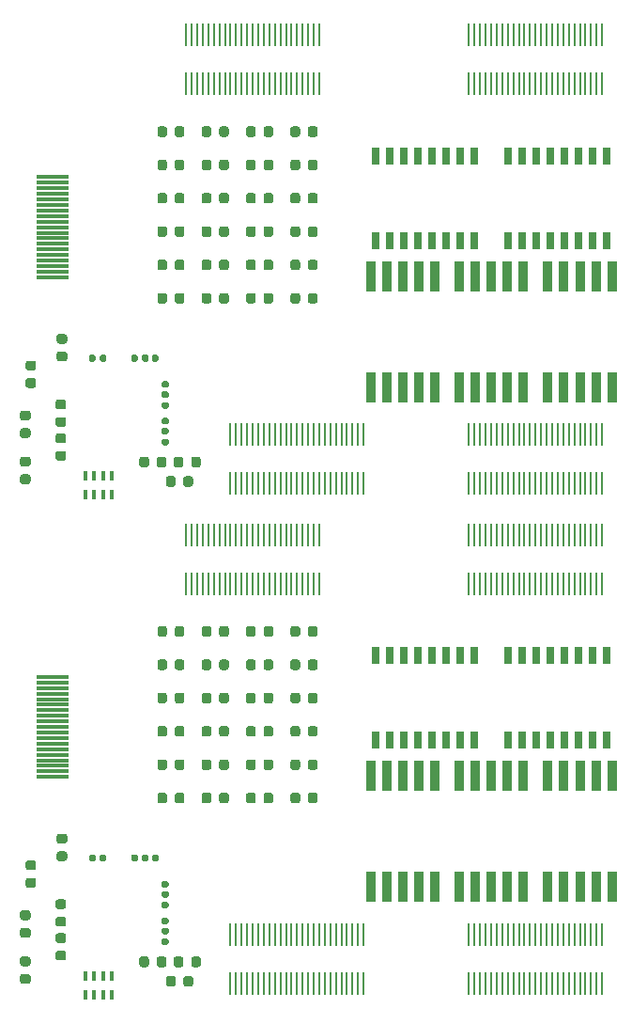
<source format=gbr>
G04 #@! TF.GenerationSoftware,KiCad,Pcbnew,(5.99.0-3349-gc9824bbd9)*
G04 #@! TF.CreationDate,2020-09-22T10:36:58-07:00*
G04 #@! TF.ProjectId,Alchitry_IO_Shield,416c6368-6974-4727-995f-494f5f536869,rev?*
G04 #@! TF.SameCoordinates,Original*
G04 #@! TF.FileFunction,Paste,Top*
G04 #@! TF.FilePolarity,Positive*
%FSLAX46Y46*%
G04 Gerber Fmt 4.6, Leading zero omitted, Abs format (unit mm)*
G04 Created by KiCad (PCBNEW (5.99.0-3349-gc9824bbd9)) date 2020-09-22 10:36:58*
%MOMM*%
%LPD*%
G01*
G04 APERTURE LIST*
%ADD10R,0.900000X2.800000*%
%ADD11R,3.000000X0.300000*%
%ADD12R,0.760000X1.600000*%
%ADD13R,0.400000X0.900000*%
%ADD14R,0.250000X2.000000*%
G04 APERTURE END LIST*
G36*
G01*
X18256250Y-99725000D02*
X17743750Y-99725000D01*
G75*
G02*
X17525000Y-99506250I0J218750D01*
G01*
X17525000Y-99068750D01*
G75*
G02*
X17743750Y-98850000I218750J0D01*
G01*
X18256250Y-98850000D01*
G75*
G02*
X18475000Y-99068750I0J-218750D01*
G01*
X18475000Y-99506250D01*
G75*
G02*
X18256250Y-99725000I-218750J0D01*
G01*
G37*
G36*
G01*
X18256250Y-98150000D02*
X17743750Y-98150000D01*
G75*
G02*
X17525000Y-97931250I0J218750D01*
G01*
X17525000Y-97493750D01*
G75*
G02*
X17743750Y-97275000I218750J0D01*
G01*
X18256250Y-97275000D01*
G75*
G02*
X18475000Y-97493750I0J-218750D01*
G01*
X18475000Y-97931250D01*
G75*
G02*
X18256250Y-98150000I-218750J0D01*
G01*
G37*
G36*
G01*
X18756250Y-91075000D02*
X18243750Y-91075000D01*
G75*
G02*
X18025000Y-90856250I0J218750D01*
G01*
X18025000Y-90418750D01*
G75*
G02*
X18243750Y-90200000I218750J0D01*
G01*
X18756250Y-90200000D01*
G75*
G02*
X18975000Y-90418750I0J-218750D01*
G01*
X18975000Y-90856250D01*
G75*
G02*
X18756250Y-91075000I-218750J0D01*
G01*
G37*
G36*
G01*
X18756250Y-89500000D02*
X18243750Y-89500000D01*
G75*
G02*
X18025000Y-89281250I0J218750D01*
G01*
X18025000Y-88843750D01*
G75*
G02*
X18243750Y-88625000I218750J0D01*
G01*
X18756250Y-88625000D01*
G75*
G02*
X18975000Y-88843750I0J-218750D01*
G01*
X18975000Y-89281250D01*
G75*
G02*
X18756250Y-89500000I-218750J0D01*
G01*
G37*
G36*
G01*
X30675000Y-99756250D02*
X30675000Y-99243750D01*
G75*
G02*
X30893750Y-99025000I218750J0D01*
G01*
X31331250Y-99025000D01*
G75*
G02*
X31550000Y-99243750I0J-218750D01*
G01*
X31550000Y-99756250D01*
G75*
G02*
X31331250Y-99975000I-218750J0D01*
G01*
X30893750Y-99975000D01*
G75*
G02*
X30675000Y-99756250I0J218750D01*
G01*
G37*
G36*
G01*
X32250000Y-99756250D02*
X32250000Y-99243750D01*
G75*
G02*
X32468750Y-99025000I218750J0D01*
G01*
X32906250Y-99025000D01*
G75*
G02*
X33125000Y-99243750I0J-218750D01*
G01*
X33125000Y-99756250D01*
G75*
G02*
X32906250Y-99975000I-218750J0D01*
G01*
X32468750Y-99975000D01*
G75*
G02*
X32250000Y-99756250I0J218750D01*
G01*
G37*
G36*
G01*
X18256250Y-95575000D02*
X17743750Y-95575000D01*
G75*
G02*
X17525000Y-95356250I0J218750D01*
G01*
X17525000Y-94918750D01*
G75*
G02*
X17743750Y-94700000I218750J0D01*
G01*
X18256250Y-94700000D01*
G75*
G02*
X18475000Y-94918750I0J-218750D01*
G01*
X18475000Y-95356250D01*
G75*
G02*
X18256250Y-95575000I-218750J0D01*
G01*
G37*
G36*
G01*
X18256250Y-94000000D02*
X17743750Y-94000000D01*
G75*
G02*
X17525000Y-93781250I0J218750D01*
G01*
X17525000Y-93343750D01*
G75*
G02*
X17743750Y-93125000I218750J0D01*
G01*
X18256250Y-93125000D01*
G75*
G02*
X18475000Y-93343750I0J-218750D01*
G01*
X18475000Y-93781250D01*
G75*
G02*
X18256250Y-94000000I-218750J0D01*
G01*
G37*
D10*
X49120000Y-91000000D03*
X50560000Y-91000000D03*
X52000000Y-91000000D03*
X53440000Y-91000000D03*
X54880000Y-91000000D03*
X54880000Y-81000000D03*
X53440000Y-81000000D03*
X52000000Y-81000000D03*
X50560000Y-81000000D03*
X49120000Y-81000000D03*
X65120000Y-91000000D03*
X66560000Y-91000000D03*
X68000000Y-91000000D03*
X69440000Y-91000000D03*
X70880000Y-91000000D03*
X70880000Y-81000000D03*
X69440000Y-81000000D03*
X68000000Y-81000000D03*
X66560000Y-81000000D03*
X65120000Y-81000000D03*
G36*
G01*
X33900000Y-68256250D02*
X33900000Y-67743750D01*
G75*
G02*
X34118750Y-67525000I218750J0D01*
G01*
X34556250Y-67525000D01*
G75*
G02*
X34775000Y-67743750I0J-218750D01*
G01*
X34775000Y-68256250D01*
G75*
G02*
X34556250Y-68475000I-218750J0D01*
G01*
X34118750Y-68475000D01*
G75*
G02*
X33900000Y-68256250I0J218750D01*
G01*
G37*
G36*
G01*
X35475000Y-68256250D02*
X35475000Y-67743750D01*
G75*
G02*
X35693750Y-67525000I218750J0D01*
G01*
X36131250Y-67525000D01*
G75*
G02*
X36350000Y-67743750I0J-218750D01*
G01*
X36350000Y-68256250D01*
G75*
G02*
X36131250Y-68475000I-218750J0D01*
G01*
X35693750Y-68475000D01*
G75*
G02*
X35475000Y-68256250I0J218750D01*
G01*
G37*
G36*
G01*
X37900000Y-68256250D02*
X37900000Y-67743750D01*
G75*
G02*
X38118750Y-67525000I218750J0D01*
G01*
X38556250Y-67525000D01*
G75*
G02*
X38775000Y-67743750I0J-218750D01*
G01*
X38775000Y-68256250D01*
G75*
G02*
X38556250Y-68475000I-218750J0D01*
G01*
X38118750Y-68475000D01*
G75*
G02*
X37900000Y-68256250I0J218750D01*
G01*
G37*
G36*
G01*
X39475000Y-68256250D02*
X39475000Y-67743750D01*
G75*
G02*
X39693750Y-67525000I218750J0D01*
G01*
X40131250Y-67525000D01*
G75*
G02*
X40350000Y-67743750I0J-218750D01*
G01*
X40350000Y-68256250D01*
G75*
G02*
X40131250Y-68475000I-218750J0D01*
G01*
X39693750Y-68475000D01*
G75*
G02*
X39475000Y-68256250I0J218750D01*
G01*
G37*
G36*
G01*
X29900000Y-68256250D02*
X29900000Y-67743750D01*
G75*
G02*
X30118750Y-67525000I218750J0D01*
G01*
X30556250Y-67525000D01*
G75*
G02*
X30775000Y-67743750I0J-218750D01*
G01*
X30775000Y-68256250D01*
G75*
G02*
X30556250Y-68475000I-218750J0D01*
G01*
X30118750Y-68475000D01*
G75*
G02*
X29900000Y-68256250I0J218750D01*
G01*
G37*
G36*
G01*
X31475000Y-68256250D02*
X31475000Y-67743750D01*
G75*
G02*
X31693750Y-67525000I218750J0D01*
G01*
X32131250Y-67525000D01*
G75*
G02*
X32350000Y-67743750I0J-218750D01*
G01*
X32350000Y-68256250D01*
G75*
G02*
X32131250Y-68475000I-218750J0D01*
G01*
X31693750Y-68475000D01*
G75*
G02*
X31475000Y-68256250I0J218750D01*
G01*
G37*
G36*
G01*
X41900000Y-68256250D02*
X41900000Y-67743750D01*
G75*
G02*
X42118750Y-67525000I218750J0D01*
G01*
X42556250Y-67525000D01*
G75*
G02*
X42775000Y-67743750I0J-218750D01*
G01*
X42775000Y-68256250D01*
G75*
G02*
X42556250Y-68475000I-218750J0D01*
G01*
X42118750Y-68475000D01*
G75*
G02*
X41900000Y-68256250I0J218750D01*
G01*
G37*
G36*
G01*
X43475000Y-68256250D02*
X43475000Y-67743750D01*
G75*
G02*
X43693750Y-67525000I218750J0D01*
G01*
X44131250Y-67525000D01*
G75*
G02*
X44350000Y-67743750I0J-218750D01*
G01*
X44350000Y-68256250D01*
G75*
G02*
X44131250Y-68475000I-218750J0D01*
G01*
X43693750Y-68475000D01*
G75*
G02*
X43475000Y-68256250I0J218750D01*
G01*
G37*
G36*
G01*
X29900000Y-71256250D02*
X29900000Y-70743750D01*
G75*
G02*
X30118750Y-70525000I218750J0D01*
G01*
X30556250Y-70525000D01*
G75*
G02*
X30775000Y-70743750I0J-218750D01*
G01*
X30775000Y-71256250D01*
G75*
G02*
X30556250Y-71475000I-218750J0D01*
G01*
X30118750Y-71475000D01*
G75*
G02*
X29900000Y-71256250I0J218750D01*
G01*
G37*
G36*
G01*
X31475000Y-71256250D02*
X31475000Y-70743750D01*
G75*
G02*
X31693750Y-70525000I218750J0D01*
G01*
X32131250Y-70525000D01*
G75*
G02*
X32350000Y-70743750I0J-218750D01*
G01*
X32350000Y-71256250D01*
G75*
G02*
X32131250Y-71475000I-218750J0D01*
G01*
X31693750Y-71475000D01*
G75*
G02*
X31475000Y-71256250I0J218750D01*
G01*
G37*
G36*
G01*
X33900000Y-71256250D02*
X33900000Y-70743750D01*
G75*
G02*
X34118750Y-70525000I218750J0D01*
G01*
X34556250Y-70525000D01*
G75*
G02*
X34775000Y-70743750I0J-218750D01*
G01*
X34775000Y-71256250D01*
G75*
G02*
X34556250Y-71475000I-218750J0D01*
G01*
X34118750Y-71475000D01*
G75*
G02*
X33900000Y-71256250I0J218750D01*
G01*
G37*
G36*
G01*
X35475000Y-71256250D02*
X35475000Y-70743750D01*
G75*
G02*
X35693750Y-70525000I218750J0D01*
G01*
X36131250Y-70525000D01*
G75*
G02*
X36350000Y-70743750I0J-218750D01*
G01*
X36350000Y-71256250D01*
G75*
G02*
X36131250Y-71475000I-218750J0D01*
G01*
X35693750Y-71475000D01*
G75*
G02*
X35475000Y-71256250I0J218750D01*
G01*
G37*
G36*
G01*
X37900000Y-71256250D02*
X37900000Y-70743750D01*
G75*
G02*
X38118750Y-70525000I218750J0D01*
G01*
X38556250Y-70525000D01*
G75*
G02*
X38775000Y-70743750I0J-218750D01*
G01*
X38775000Y-71256250D01*
G75*
G02*
X38556250Y-71475000I-218750J0D01*
G01*
X38118750Y-71475000D01*
G75*
G02*
X37900000Y-71256250I0J218750D01*
G01*
G37*
G36*
G01*
X39475000Y-71256250D02*
X39475000Y-70743750D01*
G75*
G02*
X39693750Y-70525000I218750J0D01*
G01*
X40131250Y-70525000D01*
G75*
G02*
X40350000Y-70743750I0J-218750D01*
G01*
X40350000Y-71256250D01*
G75*
G02*
X40131250Y-71475000I-218750J0D01*
G01*
X39693750Y-71475000D01*
G75*
G02*
X39475000Y-71256250I0J218750D01*
G01*
G37*
G36*
G01*
X41900000Y-71256250D02*
X41900000Y-70743750D01*
G75*
G02*
X42118750Y-70525000I218750J0D01*
G01*
X42556250Y-70525000D01*
G75*
G02*
X42775000Y-70743750I0J-218750D01*
G01*
X42775000Y-71256250D01*
G75*
G02*
X42556250Y-71475000I-218750J0D01*
G01*
X42118750Y-71475000D01*
G75*
G02*
X41900000Y-71256250I0J218750D01*
G01*
G37*
G36*
G01*
X43475000Y-71256250D02*
X43475000Y-70743750D01*
G75*
G02*
X43693750Y-70525000I218750J0D01*
G01*
X44131250Y-70525000D01*
G75*
G02*
X44350000Y-70743750I0J-218750D01*
G01*
X44350000Y-71256250D01*
G75*
G02*
X44131250Y-71475000I-218750J0D01*
G01*
X43693750Y-71475000D01*
G75*
G02*
X43475000Y-71256250I0J218750D01*
G01*
G37*
G36*
G01*
X29900000Y-74256250D02*
X29900000Y-73743750D01*
G75*
G02*
X30118750Y-73525000I218750J0D01*
G01*
X30556250Y-73525000D01*
G75*
G02*
X30775000Y-73743750I0J-218750D01*
G01*
X30775000Y-74256250D01*
G75*
G02*
X30556250Y-74475000I-218750J0D01*
G01*
X30118750Y-74475000D01*
G75*
G02*
X29900000Y-74256250I0J218750D01*
G01*
G37*
G36*
G01*
X31475000Y-74256250D02*
X31475000Y-73743750D01*
G75*
G02*
X31693750Y-73525000I218750J0D01*
G01*
X32131250Y-73525000D01*
G75*
G02*
X32350000Y-73743750I0J-218750D01*
G01*
X32350000Y-74256250D01*
G75*
G02*
X32131250Y-74475000I-218750J0D01*
G01*
X31693750Y-74475000D01*
G75*
G02*
X31475000Y-74256250I0J218750D01*
G01*
G37*
G36*
G01*
X33900000Y-83256250D02*
X33900000Y-82743750D01*
G75*
G02*
X34118750Y-82525000I218750J0D01*
G01*
X34556250Y-82525000D01*
G75*
G02*
X34775000Y-82743750I0J-218750D01*
G01*
X34775000Y-83256250D01*
G75*
G02*
X34556250Y-83475000I-218750J0D01*
G01*
X34118750Y-83475000D01*
G75*
G02*
X33900000Y-83256250I0J218750D01*
G01*
G37*
G36*
G01*
X35475000Y-83256250D02*
X35475000Y-82743750D01*
G75*
G02*
X35693750Y-82525000I218750J0D01*
G01*
X36131250Y-82525000D01*
G75*
G02*
X36350000Y-82743750I0J-218750D01*
G01*
X36350000Y-83256250D01*
G75*
G02*
X36131250Y-83475000I-218750J0D01*
G01*
X35693750Y-83475000D01*
G75*
G02*
X35475000Y-83256250I0J218750D01*
G01*
G37*
G36*
G01*
X37900000Y-77256250D02*
X37900000Y-76743750D01*
G75*
G02*
X38118750Y-76525000I218750J0D01*
G01*
X38556250Y-76525000D01*
G75*
G02*
X38775000Y-76743750I0J-218750D01*
G01*
X38775000Y-77256250D01*
G75*
G02*
X38556250Y-77475000I-218750J0D01*
G01*
X38118750Y-77475000D01*
G75*
G02*
X37900000Y-77256250I0J218750D01*
G01*
G37*
G36*
G01*
X39475000Y-77256250D02*
X39475000Y-76743750D01*
G75*
G02*
X39693750Y-76525000I218750J0D01*
G01*
X40131250Y-76525000D01*
G75*
G02*
X40350000Y-76743750I0J-218750D01*
G01*
X40350000Y-77256250D01*
G75*
G02*
X40131250Y-77475000I-218750J0D01*
G01*
X39693750Y-77475000D01*
G75*
G02*
X39475000Y-77256250I0J218750D01*
G01*
G37*
G36*
G01*
X33900000Y-74256250D02*
X33900000Y-73743750D01*
G75*
G02*
X34118750Y-73525000I218750J0D01*
G01*
X34556250Y-73525000D01*
G75*
G02*
X34775000Y-73743750I0J-218750D01*
G01*
X34775000Y-74256250D01*
G75*
G02*
X34556250Y-74475000I-218750J0D01*
G01*
X34118750Y-74475000D01*
G75*
G02*
X33900000Y-74256250I0J218750D01*
G01*
G37*
G36*
G01*
X35475000Y-74256250D02*
X35475000Y-73743750D01*
G75*
G02*
X35693750Y-73525000I218750J0D01*
G01*
X36131250Y-73525000D01*
G75*
G02*
X36350000Y-73743750I0J-218750D01*
G01*
X36350000Y-74256250D01*
G75*
G02*
X36131250Y-74475000I-218750J0D01*
G01*
X35693750Y-74475000D01*
G75*
G02*
X35475000Y-74256250I0J218750D01*
G01*
G37*
G36*
G01*
X37900000Y-80256250D02*
X37900000Y-79743750D01*
G75*
G02*
X38118750Y-79525000I218750J0D01*
G01*
X38556250Y-79525000D01*
G75*
G02*
X38775000Y-79743750I0J-218750D01*
G01*
X38775000Y-80256250D01*
G75*
G02*
X38556250Y-80475000I-218750J0D01*
G01*
X38118750Y-80475000D01*
G75*
G02*
X37900000Y-80256250I0J218750D01*
G01*
G37*
G36*
G01*
X39475000Y-80256250D02*
X39475000Y-79743750D01*
G75*
G02*
X39693750Y-79525000I218750J0D01*
G01*
X40131250Y-79525000D01*
G75*
G02*
X40350000Y-79743750I0J-218750D01*
G01*
X40350000Y-80256250D01*
G75*
G02*
X40131250Y-80475000I-218750J0D01*
G01*
X39693750Y-80475000D01*
G75*
G02*
X39475000Y-80256250I0J218750D01*
G01*
G37*
G36*
G01*
X41900000Y-80256250D02*
X41900000Y-79743750D01*
G75*
G02*
X42118750Y-79525000I218750J0D01*
G01*
X42556250Y-79525000D01*
G75*
G02*
X42775000Y-79743750I0J-218750D01*
G01*
X42775000Y-80256250D01*
G75*
G02*
X42556250Y-80475000I-218750J0D01*
G01*
X42118750Y-80475000D01*
G75*
G02*
X41900000Y-80256250I0J218750D01*
G01*
G37*
G36*
G01*
X43475000Y-80256250D02*
X43475000Y-79743750D01*
G75*
G02*
X43693750Y-79525000I218750J0D01*
G01*
X44131250Y-79525000D01*
G75*
G02*
X44350000Y-79743750I0J-218750D01*
G01*
X44350000Y-80256250D01*
G75*
G02*
X44131250Y-80475000I-218750J0D01*
G01*
X43693750Y-80475000D01*
G75*
G02*
X43475000Y-80256250I0J218750D01*
G01*
G37*
G36*
G01*
X33900000Y-80256250D02*
X33900000Y-79743750D01*
G75*
G02*
X34118750Y-79525000I218750J0D01*
G01*
X34556250Y-79525000D01*
G75*
G02*
X34775000Y-79743750I0J-218750D01*
G01*
X34775000Y-80256250D01*
G75*
G02*
X34556250Y-80475000I-218750J0D01*
G01*
X34118750Y-80475000D01*
G75*
G02*
X33900000Y-80256250I0J218750D01*
G01*
G37*
G36*
G01*
X35475000Y-80256250D02*
X35475000Y-79743750D01*
G75*
G02*
X35693750Y-79525000I218750J0D01*
G01*
X36131250Y-79525000D01*
G75*
G02*
X36350000Y-79743750I0J-218750D01*
G01*
X36350000Y-80256250D01*
G75*
G02*
X36131250Y-80475000I-218750J0D01*
G01*
X35693750Y-80475000D01*
G75*
G02*
X35475000Y-80256250I0J218750D01*
G01*
G37*
G36*
G01*
X41900000Y-74256250D02*
X41900000Y-73743750D01*
G75*
G02*
X42118750Y-73525000I218750J0D01*
G01*
X42556250Y-73525000D01*
G75*
G02*
X42775000Y-73743750I0J-218750D01*
G01*
X42775000Y-74256250D01*
G75*
G02*
X42556250Y-74475000I-218750J0D01*
G01*
X42118750Y-74475000D01*
G75*
G02*
X41900000Y-74256250I0J218750D01*
G01*
G37*
G36*
G01*
X43475000Y-74256250D02*
X43475000Y-73743750D01*
G75*
G02*
X43693750Y-73525000I218750J0D01*
G01*
X44131250Y-73525000D01*
G75*
G02*
X44350000Y-73743750I0J-218750D01*
G01*
X44350000Y-74256250D01*
G75*
G02*
X44131250Y-74475000I-218750J0D01*
G01*
X43693750Y-74475000D01*
G75*
G02*
X43475000Y-74256250I0J218750D01*
G01*
G37*
G36*
G01*
X29900000Y-83256250D02*
X29900000Y-82743750D01*
G75*
G02*
X30118750Y-82525000I218750J0D01*
G01*
X30556250Y-82525000D01*
G75*
G02*
X30775000Y-82743750I0J-218750D01*
G01*
X30775000Y-83256250D01*
G75*
G02*
X30556250Y-83475000I-218750J0D01*
G01*
X30118750Y-83475000D01*
G75*
G02*
X29900000Y-83256250I0J218750D01*
G01*
G37*
G36*
G01*
X31475000Y-83256250D02*
X31475000Y-82743750D01*
G75*
G02*
X31693750Y-82525000I218750J0D01*
G01*
X32131250Y-82525000D01*
G75*
G02*
X32350000Y-82743750I0J-218750D01*
G01*
X32350000Y-83256250D01*
G75*
G02*
X32131250Y-83475000I-218750J0D01*
G01*
X31693750Y-83475000D01*
G75*
G02*
X31475000Y-83256250I0J218750D01*
G01*
G37*
G36*
G01*
X41900000Y-83256250D02*
X41900000Y-82743750D01*
G75*
G02*
X42118750Y-82525000I218750J0D01*
G01*
X42556250Y-82525000D01*
G75*
G02*
X42775000Y-82743750I0J-218750D01*
G01*
X42775000Y-83256250D01*
G75*
G02*
X42556250Y-83475000I-218750J0D01*
G01*
X42118750Y-83475000D01*
G75*
G02*
X41900000Y-83256250I0J218750D01*
G01*
G37*
G36*
G01*
X43475000Y-83256250D02*
X43475000Y-82743750D01*
G75*
G02*
X43693750Y-82525000I218750J0D01*
G01*
X44131250Y-82525000D01*
G75*
G02*
X44350000Y-82743750I0J-218750D01*
G01*
X44350000Y-83256250D01*
G75*
G02*
X44131250Y-83475000I-218750J0D01*
G01*
X43693750Y-83475000D01*
G75*
G02*
X43475000Y-83256250I0J218750D01*
G01*
G37*
G36*
G01*
X37900000Y-83256250D02*
X37900000Y-82743750D01*
G75*
G02*
X38118750Y-82525000I218750J0D01*
G01*
X38556250Y-82525000D01*
G75*
G02*
X38775000Y-82743750I0J-218750D01*
G01*
X38775000Y-83256250D01*
G75*
G02*
X38556250Y-83475000I-218750J0D01*
G01*
X38118750Y-83475000D01*
G75*
G02*
X37900000Y-83256250I0J218750D01*
G01*
G37*
G36*
G01*
X39475000Y-83256250D02*
X39475000Y-82743750D01*
G75*
G02*
X39693750Y-82525000I218750J0D01*
G01*
X40131250Y-82525000D01*
G75*
G02*
X40350000Y-82743750I0J-218750D01*
G01*
X40350000Y-83256250D01*
G75*
G02*
X40131250Y-83475000I-218750J0D01*
G01*
X39693750Y-83475000D01*
G75*
G02*
X39475000Y-83256250I0J218750D01*
G01*
G37*
G36*
G01*
X33900000Y-77256250D02*
X33900000Y-76743750D01*
G75*
G02*
X34118750Y-76525000I218750J0D01*
G01*
X34556250Y-76525000D01*
G75*
G02*
X34775000Y-76743750I0J-218750D01*
G01*
X34775000Y-77256250D01*
G75*
G02*
X34556250Y-77475000I-218750J0D01*
G01*
X34118750Y-77475000D01*
G75*
G02*
X33900000Y-77256250I0J218750D01*
G01*
G37*
G36*
G01*
X35475000Y-77256250D02*
X35475000Y-76743750D01*
G75*
G02*
X35693750Y-76525000I218750J0D01*
G01*
X36131250Y-76525000D01*
G75*
G02*
X36350000Y-76743750I0J-218750D01*
G01*
X36350000Y-77256250D01*
G75*
G02*
X36131250Y-77475000I-218750J0D01*
G01*
X35693750Y-77475000D01*
G75*
G02*
X35475000Y-77256250I0J218750D01*
G01*
G37*
G36*
G01*
X27535000Y-88572500D02*
X27535000Y-88227500D01*
G75*
G02*
X27682500Y-88080000I147500J0D01*
G01*
X27977500Y-88080000D01*
G75*
G02*
X28125000Y-88227500I0J-147500D01*
G01*
X28125000Y-88572500D01*
G75*
G02*
X27977500Y-88720000I-147500J0D01*
G01*
X27682500Y-88720000D01*
G75*
G02*
X27535000Y-88572500I0J147500D01*
G01*
G37*
G36*
G01*
X28505000Y-88572500D02*
X28505000Y-88227500D01*
G75*
G02*
X28652500Y-88080000I147500J0D01*
G01*
X28947500Y-88080000D01*
G75*
G02*
X29095000Y-88227500I0J-147500D01*
G01*
X29095000Y-88572500D01*
G75*
G02*
X28947500Y-88720000I-147500J0D01*
G01*
X28652500Y-88720000D01*
G75*
G02*
X28505000Y-88572500I0J147500D01*
G01*
G37*
G36*
G01*
X29420000Y-88572500D02*
X29420000Y-88227500D01*
G75*
G02*
X29567500Y-88080000I147500J0D01*
G01*
X29862500Y-88080000D01*
G75*
G02*
X30010000Y-88227500I0J-147500D01*
G01*
X30010000Y-88572500D01*
G75*
G02*
X29862500Y-88720000I-147500J0D01*
G01*
X29567500Y-88720000D01*
G75*
G02*
X29420000Y-88572500I0J147500D01*
G01*
G37*
G36*
G01*
X37900000Y-74256250D02*
X37900000Y-73743750D01*
G75*
G02*
X38118750Y-73525000I218750J0D01*
G01*
X38556250Y-73525000D01*
G75*
G02*
X38775000Y-73743750I0J-218750D01*
G01*
X38775000Y-74256250D01*
G75*
G02*
X38556250Y-74475000I-218750J0D01*
G01*
X38118750Y-74475000D01*
G75*
G02*
X37900000Y-74256250I0J218750D01*
G01*
G37*
G36*
G01*
X39475000Y-74256250D02*
X39475000Y-73743750D01*
G75*
G02*
X39693750Y-73525000I218750J0D01*
G01*
X40131250Y-73525000D01*
G75*
G02*
X40350000Y-73743750I0J-218750D01*
G01*
X40350000Y-74256250D01*
G75*
G02*
X40131250Y-74475000I-218750J0D01*
G01*
X39693750Y-74475000D01*
G75*
G02*
X39475000Y-74256250I0J218750D01*
G01*
G37*
G36*
G01*
X29900000Y-77256250D02*
X29900000Y-76743750D01*
G75*
G02*
X30118750Y-76525000I218750J0D01*
G01*
X30556250Y-76525000D01*
G75*
G02*
X30775000Y-76743750I0J-218750D01*
G01*
X30775000Y-77256250D01*
G75*
G02*
X30556250Y-77475000I-218750J0D01*
G01*
X30118750Y-77475000D01*
G75*
G02*
X29900000Y-77256250I0J218750D01*
G01*
G37*
G36*
G01*
X31475000Y-77256250D02*
X31475000Y-76743750D01*
G75*
G02*
X31693750Y-76525000I218750J0D01*
G01*
X32131250Y-76525000D01*
G75*
G02*
X32350000Y-76743750I0J-218750D01*
G01*
X32350000Y-77256250D01*
G75*
G02*
X32131250Y-77475000I-218750J0D01*
G01*
X31693750Y-77475000D01*
G75*
G02*
X31475000Y-77256250I0J218750D01*
G01*
G37*
G36*
G01*
X41900000Y-77256250D02*
X41900000Y-76743750D01*
G75*
G02*
X42118750Y-76525000I218750J0D01*
G01*
X42556250Y-76525000D01*
G75*
G02*
X42775000Y-76743750I0J-218750D01*
G01*
X42775000Y-77256250D01*
G75*
G02*
X42556250Y-77475000I-218750J0D01*
G01*
X42118750Y-77475000D01*
G75*
G02*
X41900000Y-77256250I0J218750D01*
G01*
G37*
G36*
G01*
X43475000Y-77256250D02*
X43475000Y-76743750D01*
G75*
G02*
X43693750Y-76525000I218750J0D01*
G01*
X44131250Y-76525000D01*
G75*
G02*
X44350000Y-76743750I0J-218750D01*
G01*
X44350000Y-77256250D01*
G75*
G02*
X44131250Y-77475000I-218750J0D01*
G01*
X43693750Y-77475000D01*
G75*
G02*
X43475000Y-77256250I0J218750D01*
G01*
G37*
G36*
G01*
X29900000Y-80256250D02*
X29900000Y-79743750D01*
G75*
G02*
X30118750Y-79525000I218750J0D01*
G01*
X30556250Y-79525000D01*
G75*
G02*
X30775000Y-79743750I0J-218750D01*
G01*
X30775000Y-80256250D01*
G75*
G02*
X30556250Y-80475000I-218750J0D01*
G01*
X30118750Y-80475000D01*
G75*
G02*
X29900000Y-80256250I0J218750D01*
G01*
G37*
G36*
G01*
X31475000Y-80256250D02*
X31475000Y-79743750D01*
G75*
G02*
X31693750Y-79525000I218750J0D01*
G01*
X32131250Y-79525000D01*
G75*
G02*
X32350000Y-79743750I0J-218750D01*
G01*
X32350000Y-80256250D01*
G75*
G02*
X32131250Y-80475000I-218750J0D01*
G01*
X31693750Y-80475000D01*
G75*
G02*
X31475000Y-80256250I0J218750D01*
G01*
G37*
X57120000Y-91000000D03*
X58560000Y-91000000D03*
X60000000Y-91000000D03*
X61440000Y-91000000D03*
X62880000Y-91000000D03*
X62880000Y-81000000D03*
X61440000Y-81000000D03*
X60000000Y-81000000D03*
X58560000Y-81000000D03*
X57120000Y-81000000D03*
D11*
X20500000Y-81100000D03*
X20500000Y-80600000D03*
X20500000Y-80100000D03*
X20500000Y-79600000D03*
X20500000Y-79100000D03*
X20500000Y-78600000D03*
X20500000Y-78100000D03*
X20500000Y-77600000D03*
X20500000Y-77100000D03*
X20500000Y-76600000D03*
X20500000Y-76100000D03*
X20500000Y-75600000D03*
X20500000Y-75100000D03*
X20500000Y-74600000D03*
X20500000Y-74100000D03*
X20500000Y-73600000D03*
X20500000Y-73100000D03*
X20500000Y-72600000D03*
X20500000Y-72100000D03*
D12*
X61555000Y-77810000D03*
X62825000Y-77810000D03*
X64095000Y-77810000D03*
X65365000Y-77810000D03*
X66635000Y-77810000D03*
X67905000Y-77810000D03*
X69175000Y-77810000D03*
X70445000Y-77810000D03*
X70445000Y-70190000D03*
X69175000Y-70190000D03*
X67905000Y-70190000D03*
X66635000Y-70190000D03*
X65365000Y-70190000D03*
X64095000Y-70190000D03*
X62825000Y-70190000D03*
X61555000Y-70190000D03*
G36*
G01*
X30772500Y-92945000D02*
X30427500Y-92945000D01*
G75*
G02*
X30280000Y-92797500I0J147500D01*
G01*
X30280000Y-92502500D01*
G75*
G02*
X30427500Y-92355000I147500J0D01*
G01*
X30772500Y-92355000D01*
G75*
G02*
X30920000Y-92502500I0J-147500D01*
G01*
X30920000Y-92797500D01*
G75*
G02*
X30772500Y-92945000I-147500J0D01*
G01*
G37*
G36*
G01*
X30772500Y-91975000D02*
X30427500Y-91975000D01*
G75*
G02*
X30280000Y-91827500I0J147500D01*
G01*
X30280000Y-91532500D01*
G75*
G02*
X30427500Y-91385000I147500J0D01*
G01*
X30772500Y-91385000D01*
G75*
G02*
X30920000Y-91532500I0J-147500D01*
G01*
X30920000Y-91827500D01*
G75*
G02*
X30772500Y-91975000I-147500J0D01*
G01*
G37*
G36*
G01*
X30772500Y-91060000D02*
X30427500Y-91060000D01*
G75*
G02*
X30280000Y-90912500I0J147500D01*
G01*
X30280000Y-90617500D01*
G75*
G02*
X30427500Y-90470000I147500J0D01*
G01*
X30772500Y-90470000D01*
G75*
G02*
X30920000Y-90617500I0J-147500D01*
G01*
X30920000Y-90912500D01*
G75*
G02*
X30772500Y-91060000I-147500J0D01*
G01*
G37*
G36*
G01*
X21043750Y-86225000D02*
X21556250Y-86225000D01*
G75*
G02*
X21775000Y-86443750I0J-218750D01*
G01*
X21775000Y-86881250D01*
G75*
G02*
X21556250Y-87100000I-218750J0D01*
G01*
X21043750Y-87100000D01*
G75*
G02*
X20825000Y-86881250I0J218750D01*
G01*
X20825000Y-86443750D01*
G75*
G02*
X21043750Y-86225000I218750J0D01*
G01*
G37*
G36*
G01*
X21043750Y-87800000D02*
X21556250Y-87800000D01*
G75*
G02*
X21775000Y-88018750I0J-218750D01*
G01*
X21775000Y-88456250D01*
G75*
G02*
X21556250Y-88675000I-218750J0D01*
G01*
X21043750Y-88675000D01*
G75*
G02*
X20825000Y-88456250I0J218750D01*
G01*
X20825000Y-88018750D01*
G75*
G02*
X21043750Y-87800000I218750J0D01*
G01*
G37*
G36*
G01*
X31375000Y-98006250D02*
X31375000Y-97493750D01*
G75*
G02*
X31593750Y-97275000I218750J0D01*
G01*
X32031250Y-97275000D01*
G75*
G02*
X32250000Y-97493750I0J-218750D01*
G01*
X32250000Y-98006250D01*
G75*
G02*
X32031250Y-98225000I-218750J0D01*
G01*
X31593750Y-98225000D01*
G75*
G02*
X31375000Y-98006250I0J218750D01*
G01*
G37*
G36*
G01*
X32950000Y-98006250D02*
X32950000Y-97493750D01*
G75*
G02*
X33168750Y-97275000I218750J0D01*
G01*
X33606250Y-97275000D01*
G75*
G02*
X33825000Y-97493750I0J-218750D01*
G01*
X33825000Y-98006250D01*
G75*
G02*
X33606250Y-98225000I-218750J0D01*
G01*
X33168750Y-98225000D01*
G75*
G02*
X32950000Y-98006250I0J218750D01*
G01*
G37*
D13*
X25800000Y-99000000D03*
X25000000Y-99000000D03*
X24200000Y-99000000D03*
X23400000Y-99000000D03*
X23400000Y-100700000D03*
X24200000Y-100700000D03*
X25000000Y-100700000D03*
X25800000Y-100700000D03*
G36*
G01*
X30772500Y-96245000D02*
X30427500Y-96245000D01*
G75*
G02*
X30280000Y-96097500I0J147500D01*
G01*
X30280000Y-95802500D01*
G75*
G02*
X30427500Y-95655000I147500J0D01*
G01*
X30772500Y-95655000D01*
G75*
G02*
X30920000Y-95802500I0J-147500D01*
G01*
X30920000Y-96097500D01*
G75*
G02*
X30772500Y-96245000I-147500J0D01*
G01*
G37*
G36*
G01*
X30772500Y-95275000D02*
X30427500Y-95275000D01*
G75*
G02*
X30280000Y-95127500I0J147500D01*
G01*
X30280000Y-94832500D01*
G75*
G02*
X30427500Y-94685000I147500J0D01*
G01*
X30772500Y-94685000D01*
G75*
G02*
X30920000Y-94832500I0J-147500D01*
G01*
X30920000Y-95127500D01*
G75*
G02*
X30772500Y-95275000I-147500J0D01*
G01*
G37*
G36*
G01*
X30772500Y-94360000D02*
X30427500Y-94360000D01*
G75*
G02*
X30280000Y-94212500I0J147500D01*
G01*
X30280000Y-93917500D01*
G75*
G02*
X30427500Y-93770000I147500J0D01*
G01*
X30772500Y-93770000D01*
G75*
G02*
X30920000Y-93917500I0J-147500D01*
G01*
X30920000Y-94212500D01*
G75*
G02*
X30772500Y-94360000I-147500J0D01*
G01*
G37*
G36*
G01*
X20943750Y-92125000D02*
X21456250Y-92125000D01*
G75*
G02*
X21675000Y-92343750I0J-218750D01*
G01*
X21675000Y-92781250D01*
G75*
G02*
X21456250Y-93000000I-218750J0D01*
G01*
X20943750Y-93000000D01*
G75*
G02*
X20725000Y-92781250I0J218750D01*
G01*
X20725000Y-92343750D01*
G75*
G02*
X20943750Y-92125000I218750J0D01*
G01*
G37*
G36*
G01*
X20943750Y-93700000D02*
X21456250Y-93700000D01*
G75*
G02*
X21675000Y-93918750I0J-218750D01*
G01*
X21675000Y-94356250D01*
G75*
G02*
X21456250Y-94575000I-218750J0D01*
G01*
X20943750Y-94575000D01*
G75*
G02*
X20725000Y-94356250I0J218750D01*
G01*
X20725000Y-93918750D01*
G75*
G02*
X20943750Y-93700000I218750J0D01*
G01*
G37*
G36*
G01*
X28275000Y-98006250D02*
X28275000Y-97493750D01*
G75*
G02*
X28493750Y-97275000I218750J0D01*
G01*
X28931250Y-97275000D01*
G75*
G02*
X29150000Y-97493750I0J-218750D01*
G01*
X29150000Y-98006250D01*
G75*
G02*
X28931250Y-98225000I-218750J0D01*
G01*
X28493750Y-98225000D01*
G75*
G02*
X28275000Y-98006250I0J218750D01*
G01*
G37*
G36*
G01*
X29850000Y-98006250D02*
X29850000Y-97493750D01*
G75*
G02*
X30068750Y-97275000I218750J0D01*
G01*
X30506250Y-97275000D01*
G75*
G02*
X30725000Y-97493750I0J-218750D01*
G01*
X30725000Y-98006250D01*
G75*
G02*
X30506250Y-98225000I-218750J0D01*
G01*
X30068750Y-98225000D01*
G75*
G02*
X29850000Y-98006250I0J218750D01*
G01*
G37*
G36*
G01*
X21456250Y-97625000D02*
X20943750Y-97625000D01*
G75*
G02*
X20725000Y-97406250I0J218750D01*
G01*
X20725000Y-96968750D01*
G75*
G02*
X20943750Y-96750000I218750J0D01*
G01*
X21456250Y-96750000D01*
G75*
G02*
X21675000Y-96968750I0J-218750D01*
G01*
X21675000Y-97406250D01*
G75*
G02*
X21456250Y-97625000I-218750J0D01*
G01*
G37*
G36*
G01*
X21456250Y-96050000D02*
X20943750Y-96050000D01*
G75*
G02*
X20725000Y-95831250I0J218750D01*
G01*
X20725000Y-95393750D01*
G75*
G02*
X20943750Y-95175000I218750J0D01*
G01*
X21456250Y-95175000D01*
G75*
G02*
X21675000Y-95393750I0J-218750D01*
G01*
X21675000Y-95831250D01*
G75*
G02*
X21456250Y-96050000I-218750J0D01*
G01*
G37*
D14*
X32500000Y-63700000D03*
X33000000Y-63700000D03*
X33500000Y-63700000D03*
X34000000Y-63700000D03*
X34500000Y-63700000D03*
X35000000Y-63700000D03*
X35500000Y-63700000D03*
X36000000Y-63700000D03*
X36500000Y-63700000D03*
X37000000Y-63700000D03*
X37500000Y-63700000D03*
X38000000Y-63700000D03*
X38500000Y-63700000D03*
X39000000Y-63700000D03*
X39500000Y-63700000D03*
X40000000Y-63700000D03*
X40500000Y-63700000D03*
X41000000Y-63700000D03*
X41500000Y-63700000D03*
X42000000Y-63700000D03*
X42500000Y-63700000D03*
X43000000Y-63700000D03*
X43500000Y-63700000D03*
X44000000Y-63700000D03*
X44500000Y-63700000D03*
X44500000Y-59300000D03*
X44000000Y-59300000D03*
X43500000Y-59300000D03*
X43000000Y-59300000D03*
X42500000Y-59300000D03*
X42000000Y-59300000D03*
X41500000Y-59300000D03*
X41000000Y-59300000D03*
X40500000Y-59300000D03*
X40000000Y-59300000D03*
X39500000Y-59300000D03*
X39000000Y-59300000D03*
X38500000Y-59300000D03*
X38000000Y-59300000D03*
X37500000Y-59300000D03*
X37000000Y-59300000D03*
X36500000Y-59300000D03*
X36000000Y-59300000D03*
X35500000Y-59300000D03*
X35000000Y-59300000D03*
X34500000Y-59300000D03*
X34000000Y-59300000D03*
X33500000Y-59300000D03*
X33000000Y-59300000D03*
X32500000Y-59300000D03*
X58000000Y-63700000D03*
X58500000Y-63700000D03*
X59000000Y-63700000D03*
X59500000Y-63700000D03*
X60000000Y-63700000D03*
X60500000Y-63700000D03*
X61000000Y-63700000D03*
X61500000Y-63700000D03*
X62000000Y-63700000D03*
X62500000Y-63700000D03*
X63000000Y-63700000D03*
X63500000Y-63700000D03*
X64000000Y-63700000D03*
X64500000Y-63700000D03*
X65000000Y-63700000D03*
X65500000Y-63700000D03*
X66000000Y-63700000D03*
X66500000Y-63700000D03*
X67000000Y-63700000D03*
X67500000Y-63700000D03*
X68000000Y-63700000D03*
X68500000Y-63700000D03*
X69000000Y-63700000D03*
X69500000Y-63700000D03*
X70000000Y-63700000D03*
X70000000Y-59300000D03*
X69500000Y-59300000D03*
X69000000Y-59300000D03*
X68500000Y-59300000D03*
X68000000Y-59300000D03*
X67500000Y-59300000D03*
X67000000Y-59300000D03*
X66500000Y-59300000D03*
X66000000Y-59300000D03*
X65500000Y-59300000D03*
X65000000Y-59300000D03*
X64500000Y-59300000D03*
X64000000Y-59300000D03*
X63500000Y-59300000D03*
X63000000Y-59300000D03*
X62500000Y-59300000D03*
X62000000Y-59300000D03*
X61500000Y-59300000D03*
X61000000Y-59300000D03*
X60500000Y-59300000D03*
X60000000Y-59300000D03*
X59500000Y-59300000D03*
X59000000Y-59300000D03*
X58500000Y-59300000D03*
X58000000Y-59300000D03*
X36500000Y-99700000D03*
X37000000Y-99700000D03*
X37500000Y-99700000D03*
X38000000Y-99700000D03*
X38500000Y-99700000D03*
X39000000Y-99700000D03*
X39500000Y-99700000D03*
X40000000Y-99700000D03*
X40500000Y-99700000D03*
X41000000Y-99700000D03*
X41500000Y-99700000D03*
X42000000Y-99700000D03*
X42500000Y-99700000D03*
X43000000Y-99700000D03*
X43500000Y-99700000D03*
X44000000Y-99700000D03*
X44500000Y-99700000D03*
X45000000Y-99700000D03*
X45500000Y-99700000D03*
X46000000Y-99700000D03*
X46500000Y-99700000D03*
X47000000Y-99700000D03*
X47500000Y-99700000D03*
X48000000Y-99700000D03*
X48500000Y-99700000D03*
X48500000Y-95300000D03*
X48000000Y-95300000D03*
X47500000Y-95300000D03*
X47000000Y-95300000D03*
X46500000Y-95300000D03*
X46000000Y-95300000D03*
X45500000Y-95300000D03*
X45000000Y-95300000D03*
X44500000Y-95300000D03*
X44000000Y-95300000D03*
X43500000Y-95300000D03*
X43000000Y-95300000D03*
X42500000Y-95300000D03*
X42000000Y-95300000D03*
X41500000Y-95300000D03*
X41000000Y-95300000D03*
X40500000Y-95300000D03*
X40000000Y-95300000D03*
X39500000Y-95300000D03*
X39000000Y-95300000D03*
X38500000Y-95300000D03*
X38000000Y-95300000D03*
X37500000Y-95300000D03*
X37000000Y-95300000D03*
X36500000Y-95300000D03*
X58000000Y-99700000D03*
X58500000Y-99700000D03*
X59000000Y-99700000D03*
X59500000Y-99700000D03*
X60000000Y-99700000D03*
X60500000Y-99700000D03*
X61000000Y-99700000D03*
X61500000Y-99700000D03*
X62000000Y-99700000D03*
X62500000Y-99700000D03*
X63000000Y-99700000D03*
X63500000Y-99700000D03*
X64000000Y-99700000D03*
X64500000Y-99700000D03*
X65000000Y-99700000D03*
X65500000Y-99700000D03*
X66000000Y-99700000D03*
X66500000Y-99700000D03*
X67000000Y-99700000D03*
X67500000Y-99700000D03*
X68000000Y-99700000D03*
X68500000Y-99700000D03*
X69000000Y-99700000D03*
X69500000Y-99700000D03*
X70000000Y-99700000D03*
X70000000Y-95300000D03*
X69500000Y-95300000D03*
X69000000Y-95300000D03*
X68500000Y-95300000D03*
X68000000Y-95300000D03*
X67500000Y-95300000D03*
X67000000Y-95300000D03*
X66500000Y-95300000D03*
X66000000Y-95300000D03*
X65500000Y-95300000D03*
X65000000Y-95300000D03*
X64500000Y-95300000D03*
X64000000Y-95300000D03*
X63500000Y-95300000D03*
X63000000Y-95300000D03*
X62500000Y-95300000D03*
X62000000Y-95300000D03*
X61500000Y-95300000D03*
X61000000Y-95300000D03*
X60500000Y-95300000D03*
X60000000Y-95300000D03*
X59500000Y-95300000D03*
X59000000Y-95300000D03*
X58500000Y-95300000D03*
X58000000Y-95300000D03*
G36*
G01*
X25295000Y-88227500D02*
X25295000Y-88572500D01*
G75*
G02*
X25147500Y-88720000I-147500J0D01*
G01*
X24852500Y-88720000D01*
G75*
G02*
X24705000Y-88572500I0J147500D01*
G01*
X24705000Y-88227500D01*
G75*
G02*
X24852500Y-88080000I147500J0D01*
G01*
X25147500Y-88080000D01*
G75*
G02*
X25295000Y-88227500I0J-147500D01*
G01*
G37*
G36*
G01*
X24325000Y-88227500D02*
X24325000Y-88572500D01*
G75*
G02*
X24177500Y-88720000I-147500J0D01*
G01*
X23882500Y-88720000D01*
G75*
G02*
X23735000Y-88572500I0J147500D01*
G01*
X23735000Y-88227500D01*
G75*
G02*
X23882500Y-88080000I147500J0D01*
G01*
X24177500Y-88080000D01*
G75*
G02*
X24325000Y-88227500I0J-147500D01*
G01*
G37*
D12*
X49555000Y-77810000D03*
X50825000Y-77810000D03*
X52095000Y-77810000D03*
X53365000Y-77810000D03*
X54635000Y-77810000D03*
X55905000Y-77810000D03*
X57175000Y-77810000D03*
X58445000Y-77810000D03*
X58445000Y-70190000D03*
X57175000Y-70190000D03*
X55905000Y-70190000D03*
X54635000Y-70190000D03*
X53365000Y-70190000D03*
X52095000Y-70190000D03*
X50825000Y-70190000D03*
X49555000Y-70190000D03*
G36*
G01*
X30772500Y-51245000D02*
X30427500Y-51245000D01*
G75*
G02*
X30280000Y-51097500I0J147500D01*
G01*
X30280000Y-50802500D01*
G75*
G02*
X30427500Y-50655000I147500J0D01*
G01*
X30772500Y-50655000D01*
G75*
G02*
X30920000Y-50802500I0J-147500D01*
G01*
X30920000Y-51097500D01*
G75*
G02*
X30772500Y-51245000I-147500J0D01*
G01*
G37*
G36*
G01*
X30772500Y-50275000D02*
X30427500Y-50275000D01*
G75*
G02*
X30280000Y-50127500I0J147500D01*
G01*
X30280000Y-49832500D01*
G75*
G02*
X30427500Y-49685000I147500J0D01*
G01*
X30772500Y-49685000D01*
G75*
G02*
X30920000Y-49832500I0J-147500D01*
G01*
X30920000Y-50127500D01*
G75*
G02*
X30772500Y-50275000I-147500J0D01*
G01*
G37*
G36*
G01*
X30772500Y-49360000D02*
X30427500Y-49360000D01*
G75*
G02*
X30280000Y-49212500I0J147500D01*
G01*
X30280000Y-48917500D01*
G75*
G02*
X30427500Y-48770000I147500J0D01*
G01*
X30772500Y-48770000D01*
G75*
G02*
X30920000Y-48917500I0J-147500D01*
G01*
X30920000Y-49212500D01*
G75*
G02*
X30772500Y-49360000I-147500J0D01*
G01*
G37*
G36*
G01*
X25295000Y-43227500D02*
X25295000Y-43572500D01*
G75*
G02*
X25147500Y-43720000I-147500J0D01*
G01*
X24852500Y-43720000D01*
G75*
G02*
X24705000Y-43572500I0J147500D01*
G01*
X24705000Y-43227500D01*
G75*
G02*
X24852500Y-43080000I147500J0D01*
G01*
X25147500Y-43080000D01*
G75*
G02*
X25295000Y-43227500I0J-147500D01*
G01*
G37*
G36*
G01*
X24325000Y-43227500D02*
X24325000Y-43572500D01*
G75*
G02*
X24177500Y-43720000I-147500J0D01*
G01*
X23882500Y-43720000D01*
G75*
G02*
X23735000Y-43572500I0J147500D01*
G01*
X23735000Y-43227500D01*
G75*
G02*
X23882500Y-43080000I147500J0D01*
G01*
X24177500Y-43080000D01*
G75*
G02*
X24325000Y-43227500I0J-147500D01*
G01*
G37*
X49555000Y-32810000D03*
X50825000Y-32810000D03*
X52095000Y-32810000D03*
X53365000Y-32810000D03*
X54635000Y-32810000D03*
X55905000Y-32810000D03*
X57175000Y-32810000D03*
X58445000Y-32810000D03*
X58445000Y-25190000D03*
X57175000Y-25190000D03*
X55905000Y-25190000D03*
X54635000Y-25190000D03*
X53365000Y-25190000D03*
X52095000Y-25190000D03*
X50825000Y-25190000D03*
X49555000Y-25190000D03*
D14*
X32500000Y-18700000D03*
X33000000Y-18700000D03*
X33500000Y-18700000D03*
X34000000Y-18700000D03*
X34500000Y-18700000D03*
X35000000Y-18700000D03*
X35500000Y-18700000D03*
X36000000Y-18700000D03*
X36500000Y-18700000D03*
X37000000Y-18700000D03*
X37500000Y-18700000D03*
X38000000Y-18700000D03*
X38500000Y-18700000D03*
X39000000Y-18700000D03*
X39500000Y-18700000D03*
X40000000Y-18700000D03*
X40500000Y-18700000D03*
X41000000Y-18700000D03*
X41500000Y-18700000D03*
X42000000Y-18700000D03*
X42500000Y-18700000D03*
X43000000Y-18700000D03*
X43500000Y-18700000D03*
X44000000Y-18700000D03*
X44500000Y-18700000D03*
X44500000Y-14300000D03*
X44000000Y-14300000D03*
X43500000Y-14300000D03*
X43000000Y-14300000D03*
X42500000Y-14300000D03*
X42000000Y-14300000D03*
X41500000Y-14300000D03*
X41000000Y-14300000D03*
X40500000Y-14300000D03*
X40000000Y-14300000D03*
X39500000Y-14300000D03*
X39000000Y-14300000D03*
X38500000Y-14300000D03*
X38000000Y-14300000D03*
X37500000Y-14300000D03*
X37000000Y-14300000D03*
X36500000Y-14300000D03*
X36000000Y-14300000D03*
X35500000Y-14300000D03*
X35000000Y-14300000D03*
X34500000Y-14300000D03*
X34000000Y-14300000D03*
X33500000Y-14300000D03*
X33000000Y-14300000D03*
X32500000Y-14300000D03*
X58000000Y-18700000D03*
X58500000Y-18700000D03*
X59000000Y-18700000D03*
X59500000Y-18700000D03*
X60000000Y-18700000D03*
X60500000Y-18700000D03*
X61000000Y-18700000D03*
X61500000Y-18700000D03*
X62000000Y-18700000D03*
X62500000Y-18700000D03*
X63000000Y-18700000D03*
X63500000Y-18700000D03*
X64000000Y-18700000D03*
X64500000Y-18700000D03*
X65000000Y-18700000D03*
X65500000Y-18700000D03*
X66000000Y-18700000D03*
X66500000Y-18700000D03*
X67000000Y-18700000D03*
X67500000Y-18700000D03*
X68000000Y-18700000D03*
X68500000Y-18700000D03*
X69000000Y-18700000D03*
X69500000Y-18700000D03*
X70000000Y-18700000D03*
X70000000Y-14300000D03*
X69500000Y-14300000D03*
X69000000Y-14300000D03*
X68500000Y-14300000D03*
X68000000Y-14300000D03*
X67500000Y-14300000D03*
X67000000Y-14300000D03*
X66500000Y-14300000D03*
X66000000Y-14300000D03*
X65500000Y-14300000D03*
X65000000Y-14300000D03*
X64500000Y-14300000D03*
X64000000Y-14300000D03*
X63500000Y-14300000D03*
X63000000Y-14300000D03*
X62500000Y-14300000D03*
X62000000Y-14300000D03*
X61500000Y-14300000D03*
X61000000Y-14300000D03*
X60500000Y-14300000D03*
X60000000Y-14300000D03*
X59500000Y-14300000D03*
X59000000Y-14300000D03*
X58500000Y-14300000D03*
X58000000Y-14300000D03*
X36500000Y-54700000D03*
X37000000Y-54700000D03*
X37500000Y-54700000D03*
X38000000Y-54700000D03*
X38500000Y-54700000D03*
X39000000Y-54700000D03*
X39500000Y-54700000D03*
X40000000Y-54700000D03*
X40500000Y-54700000D03*
X41000000Y-54700000D03*
X41500000Y-54700000D03*
X42000000Y-54700000D03*
X42500000Y-54700000D03*
X43000000Y-54700000D03*
X43500000Y-54700000D03*
X44000000Y-54700000D03*
X44500000Y-54700000D03*
X45000000Y-54700000D03*
X45500000Y-54700000D03*
X46000000Y-54700000D03*
X46500000Y-54700000D03*
X47000000Y-54700000D03*
X47500000Y-54700000D03*
X48000000Y-54700000D03*
X48500000Y-54700000D03*
X48500000Y-50300000D03*
X48000000Y-50300000D03*
X47500000Y-50300000D03*
X47000000Y-50300000D03*
X46500000Y-50300000D03*
X46000000Y-50300000D03*
X45500000Y-50300000D03*
X45000000Y-50300000D03*
X44500000Y-50300000D03*
X44000000Y-50300000D03*
X43500000Y-50300000D03*
X43000000Y-50300000D03*
X42500000Y-50300000D03*
X42000000Y-50300000D03*
X41500000Y-50300000D03*
X41000000Y-50300000D03*
X40500000Y-50300000D03*
X40000000Y-50300000D03*
X39500000Y-50300000D03*
X39000000Y-50300000D03*
X38500000Y-50300000D03*
X38000000Y-50300000D03*
X37500000Y-50300000D03*
X37000000Y-50300000D03*
X36500000Y-50300000D03*
X58000000Y-54700000D03*
X58500000Y-54700000D03*
X59000000Y-54700000D03*
X59500000Y-54700000D03*
X60000000Y-54700000D03*
X60500000Y-54700000D03*
X61000000Y-54700000D03*
X61500000Y-54700000D03*
X62000000Y-54700000D03*
X62500000Y-54700000D03*
X63000000Y-54700000D03*
X63500000Y-54700000D03*
X64000000Y-54700000D03*
X64500000Y-54700000D03*
X65000000Y-54700000D03*
X65500000Y-54700000D03*
X66000000Y-54700000D03*
X66500000Y-54700000D03*
X67000000Y-54700000D03*
X67500000Y-54700000D03*
X68000000Y-54700000D03*
X68500000Y-54700000D03*
X69000000Y-54700000D03*
X69500000Y-54700000D03*
X70000000Y-54700000D03*
X70000000Y-50300000D03*
X69500000Y-50300000D03*
X69000000Y-50300000D03*
X68500000Y-50300000D03*
X68000000Y-50300000D03*
X67500000Y-50300000D03*
X67000000Y-50300000D03*
X66500000Y-50300000D03*
X66000000Y-50300000D03*
X65500000Y-50300000D03*
X65000000Y-50300000D03*
X64500000Y-50300000D03*
X64000000Y-50300000D03*
X63500000Y-50300000D03*
X63000000Y-50300000D03*
X62500000Y-50300000D03*
X62000000Y-50300000D03*
X61500000Y-50300000D03*
X61000000Y-50300000D03*
X60500000Y-50300000D03*
X60000000Y-50300000D03*
X59500000Y-50300000D03*
X59000000Y-50300000D03*
X58500000Y-50300000D03*
X58000000Y-50300000D03*
D11*
X20500000Y-36100000D03*
X20500000Y-35600000D03*
X20500000Y-35100000D03*
X20500000Y-34600000D03*
X20500000Y-34100000D03*
X20500000Y-33600000D03*
X20500000Y-33100000D03*
X20500000Y-32600000D03*
X20500000Y-32100000D03*
X20500000Y-31600000D03*
X20500000Y-31100000D03*
X20500000Y-30600000D03*
X20500000Y-30100000D03*
X20500000Y-29600000D03*
X20500000Y-29100000D03*
X20500000Y-28600000D03*
X20500000Y-28100000D03*
X20500000Y-27600000D03*
X20500000Y-27100000D03*
G36*
G01*
X30772500Y-47945000D02*
X30427500Y-47945000D01*
G75*
G02*
X30280000Y-47797500I0J147500D01*
G01*
X30280000Y-47502500D01*
G75*
G02*
X30427500Y-47355000I147500J0D01*
G01*
X30772500Y-47355000D01*
G75*
G02*
X30920000Y-47502500I0J-147500D01*
G01*
X30920000Y-47797500D01*
G75*
G02*
X30772500Y-47945000I-147500J0D01*
G01*
G37*
G36*
G01*
X30772500Y-46975000D02*
X30427500Y-46975000D01*
G75*
G02*
X30280000Y-46827500I0J147500D01*
G01*
X30280000Y-46532500D01*
G75*
G02*
X30427500Y-46385000I147500J0D01*
G01*
X30772500Y-46385000D01*
G75*
G02*
X30920000Y-46532500I0J-147500D01*
G01*
X30920000Y-46827500D01*
G75*
G02*
X30772500Y-46975000I-147500J0D01*
G01*
G37*
G36*
G01*
X30772500Y-46060000D02*
X30427500Y-46060000D01*
G75*
G02*
X30280000Y-45912500I0J147500D01*
G01*
X30280000Y-45617500D01*
G75*
G02*
X30427500Y-45470000I147500J0D01*
G01*
X30772500Y-45470000D01*
G75*
G02*
X30920000Y-45617500I0J-147500D01*
G01*
X30920000Y-45912500D01*
G75*
G02*
X30772500Y-46060000I-147500J0D01*
G01*
G37*
G36*
G01*
X27535000Y-43572500D02*
X27535000Y-43227500D01*
G75*
G02*
X27682500Y-43080000I147500J0D01*
G01*
X27977500Y-43080000D01*
G75*
G02*
X28125000Y-43227500I0J-147500D01*
G01*
X28125000Y-43572500D01*
G75*
G02*
X27977500Y-43720000I-147500J0D01*
G01*
X27682500Y-43720000D01*
G75*
G02*
X27535000Y-43572500I0J147500D01*
G01*
G37*
G36*
G01*
X28505000Y-43572500D02*
X28505000Y-43227500D01*
G75*
G02*
X28652500Y-43080000I147500J0D01*
G01*
X28947500Y-43080000D01*
G75*
G02*
X29095000Y-43227500I0J-147500D01*
G01*
X29095000Y-43572500D01*
G75*
G02*
X28947500Y-43720000I-147500J0D01*
G01*
X28652500Y-43720000D01*
G75*
G02*
X28505000Y-43572500I0J147500D01*
G01*
G37*
G36*
G01*
X29420000Y-43572500D02*
X29420000Y-43227500D01*
G75*
G02*
X29567500Y-43080000I147500J0D01*
G01*
X29862500Y-43080000D01*
G75*
G02*
X30010000Y-43227500I0J-147500D01*
G01*
X30010000Y-43572500D01*
G75*
G02*
X29862500Y-43720000I-147500J0D01*
G01*
X29567500Y-43720000D01*
G75*
G02*
X29420000Y-43572500I0J147500D01*
G01*
G37*
D10*
X57120000Y-46000000D03*
X58560000Y-46000000D03*
X60000000Y-46000000D03*
X61440000Y-46000000D03*
X62880000Y-46000000D03*
X62880000Y-36000000D03*
X61440000Y-36000000D03*
X60000000Y-36000000D03*
X58560000Y-36000000D03*
X57120000Y-36000000D03*
D12*
X61555000Y-32810000D03*
X62825000Y-32810000D03*
X64095000Y-32810000D03*
X65365000Y-32810000D03*
X66635000Y-32810000D03*
X67905000Y-32810000D03*
X69175000Y-32810000D03*
X70445000Y-32810000D03*
X70445000Y-25190000D03*
X69175000Y-25190000D03*
X67905000Y-25190000D03*
X66635000Y-25190000D03*
X65365000Y-25190000D03*
X64095000Y-25190000D03*
X62825000Y-25190000D03*
X61555000Y-25190000D03*
G36*
G01*
X29900000Y-35256250D02*
X29900000Y-34743750D01*
G75*
G02*
X30118750Y-34525000I218750J0D01*
G01*
X30556250Y-34525000D01*
G75*
G02*
X30775000Y-34743750I0J-218750D01*
G01*
X30775000Y-35256250D01*
G75*
G02*
X30556250Y-35475000I-218750J0D01*
G01*
X30118750Y-35475000D01*
G75*
G02*
X29900000Y-35256250I0J218750D01*
G01*
G37*
G36*
G01*
X31475000Y-35256250D02*
X31475000Y-34743750D01*
G75*
G02*
X31693750Y-34525000I218750J0D01*
G01*
X32131250Y-34525000D01*
G75*
G02*
X32350000Y-34743750I0J-218750D01*
G01*
X32350000Y-35256250D01*
G75*
G02*
X32131250Y-35475000I-218750J0D01*
G01*
X31693750Y-35475000D01*
G75*
G02*
X31475000Y-35256250I0J218750D01*
G01*
G37*
G36*
G01*
X41900000Y-32256250D02*
X41900000Y-31743750D01*
G75*
G02*
X42118750Y-31525000I218750J0D01*
G01*
X42556250Y-31525000D01*
G75*
G02*
X42775000Y-31743750I0J-218750D01*
G01*
X42775000Y-32256250D01*
G75*
G02*
X42556250Y-32475000I-218750J0D01*
G01*
X42118750Y-32475000D01*
G75*
G02*
X41900000Y-32256250I0J218750D01*
G01*
G37*
G36*
G01*
X43475000Y-32256250D02*
X43475000Y-31743750D01*
G75*
G02*
X43693750Y-31525000I218750J0D01*
G01*
X44131250Y-31525000D01*
G75*
G02*
X44350000Y-31743750I0J-218750D01*
G01*
X44350000Y-32256250D01*
G75*
G02*
X44131250Y-32475000I-218750J0D01*
G01*
X43693750Y-32475000D01*
G75*
G02*
X43475000Y-32256250I0J218750D01*
G01*
G37*
G36*
G01*
X33900000Y-32256250D02*
X33900000Y-31743750D01*
G75*
G02*
X34118750Y-31525000I218750J0D01*
G01*
X34556250Y-31525000D01*
G75*
G02*
X34775000Y-31743750I0J-218750D01*
G01*
X34775000Y-32256250D01*
G75*
G02*
X34556250Y-32475000I-218750J0D01*
G01*
X34118750Y-32475000D01*
G75*
G02*
X33900000Y-32256250I0J218750D01*
G01*
G37*
G36*
G01*
X35475000Y-32256250D02*
X35475000Y-31743750D01*
G75*
G02*
X35693750Y-31525000I218750J0D01*
G01*
X36131250Y-31525000D01*
G75*
G02*
X36350000Y-31743750I0J-218750D01*
G01*
X36350000Y-32256250D01*
G75*
G02*
X36131250Y-32475000I-218750J0D01*
G01*
X35693750Y-32475000D01*
G75*
G02*
X35475000Y-32256250I0J218750D01*
G01*
G37*
G36*
G01*
X37900000Y-38256250D02*
X37900000Y-37743750D01*
G75*
G02*
X38118750Y-37525000I218750J0D01*
G01*
X38556250Y-37525000D01*
G75*
G02*
X38775000Y-37743750I0J-218750D01*
G01*
X38775000Y-38256250D01*
G75*
G02*
X38556250Y-38475000I-218750J0D01*
G01*
X38118750Y-38475000D01*
G75*
G02*
X37900000Y-38256250I0J218750D01*
G01*
G37*
G36*
G01*
X39475000Y-38256250D02*
X39475000Y-37743750D01*
G75*
G02*
X39693750Y-37525000I218750J0D01*
G01*
X40131250Y-37525000D01*
G75*
G02*
X40350000Y-37743750I0J-218750D01*
G01*
X40350000Y-38256250D01*
G75*
G02*
X40131250Y-38475000I-218750J0D01*
G01*
X39693750Y-38475000D01*
G75*
G02*
X39475000Y-38256250I0J218750D01*
G01*
G37*
G36*
G01*
X41900000Y-38256250D02*
X41900000Y-37743750D01*
G75*
G02*
X42118750Y-37525000I218750J0D01*
G01*
X42556250Y-37525000D01*
G75*
G02*
X42775000Y-37743750I0J-218750D01*
G01*
X42775000Y-38256250D01*
G75*
G02*
X42556250Y-38475000I-218750J0D01*
G01*
X42118750Y-38475000D01*
G75*
G02*
X41900000Y-38256250I0J218750D01*
G01*
G37*
G36*
G01*
X43475000Y-38256250D02*
X43475000Y-37743750D01*
G75*
G02*
X43693750Y-37525000I218750J0D01*
G01*
X44131250Y-37525000D01*
G75*
G02*
X44350000Y-37743750I0J-218750D01*
G01*
X44350000Y-38256250D01*
G75*
G02*
X44131250Y-38475000I-218750J0D01*
G01*
X43693750Y-38475000D01*
G75*
G02*
X43475000Y-38256250I0J218750D01*
G01*
G37*
G36*
G01*
X29900000Y-38256250D02*
X29900000Y-37743750D01*
G75*
G02*
X30118750Y-37525000I218750J0D01*
G01*
X30556250Y-37525000D01*
G75*
G02*
X30775000Y-37743750I0J-218750D01*
G01*
X30775000Y-38256250D01*
G75*
G02*
X30556250Y-38475000I-218750J0D01*
G01*
X30118750Y-38475000D01*
G75*
G02*
X29900000Y-38256250I0J218750D01*
G01*
G37*
G36*
G01*
X31475000Y-38256250D02*
X31475000Y-37743750D01*
G75*
G02*
X31693750Y-37525000I218750J0D01*
G01*
X32131250Y-37525000D01*
G75*
G02*
X32350000Y-37743750I0J-218750D01*
G01*
X32350000Y-38256250D01*
G75*
G02*
X32131250Y-38475000I-218750J0D01*
G01*
X31693750Y-38475000D01*
G75*
G02*
X31475000Y-38256250I0J218750D01*
G01*
G37*
G36*
G01*
X41900000Y-29256250D02*
X41900000Y-28743750D01*
G75*
G02*
X42118750Y-28525000I218750J0D01*
G01*
X42556250Y-28525000D01*
G75*
G02*
X42775000Y-28743750I0J-218750D01*
G01*
X42775000Y-29256250D01*
G75*
G02*
X42556250Y-29475000I-218750J0D01*
G01*
X42118750Y-29475000D01*
G75*
G02*
X41900000Y-29256250I0J218750D01*
G01*
G37*
G36*
G01*
X43475000Y-29256250D02*
X43475000Y-28743750D01*
G75*
G02*
X43693750Y-28525000I218750J0D01*
G01*
X44131250Y-28525000D01*
G75*
G02*
X44350000Y-28743750I0J-218750D01*
G01*
X44350000Y-29256250D01*
G75*
G02*
X44131250Y-29475000I-218750J0D01*
G01*
X43693750Y-29475000D01*
G75*
G02*
X43475000Y-29256250I0J218750D01*
G01*
G37*
G36*
G01*
X33900000Y-35256250D02*
X33900000Y-34743750D01*
G75*
G02*
X34118750Y-34525000I218750J0D01*
G01*
X34556250Y-34525000D01*
G75*
G02*
X34775000Y-34743750I0J-218750D01*
G01*
X34775000Y-35256250D01*
G75*
G02*
X34556250Y-35475000I-218750J0D01*
G01*
X34118750Y-35475000D01*
G75*
G02*
X33900000Y-35256250I0J218750D01*
G01*
G37*
G36*
G01*
X35475000Y-35256250D02*
X35475000Y-34743750D01*
G75*
G02*
X35693750Y-34525000I218750J0D01*
G01*
X36131250Y-34525000D01*
G75*
G02*
X36350000Y-34743750I0J-218750D01*
G01*
X36350000Y-35256250D01*
G75*
G02*
X36131250Y-35475000I-218750J0D01*
G01*
X35693750Y-35475000D01*
G75*
G02*
X35475000Y-35256250I0J218750D01*
G01*
G37*
G36*
G01*
X41900000Y-35256250D02*
X41900000Y-34743750D01*
G75*
G02*
X42118750Y-34525000I218750J0D01*
G01*
X42556250Y-34525000D01*
G75*
G02*
X42775000Y-34743750I0J-218750D01*
G01*
X42775000Y-35256250D01*
G75*
G02*
X42556250Y-35475000I-218750J0D01*
G01*
X42118750Y-35475000D01*
G75*
G02*
X41900000Y-35256250I0J218750D01*
G01*
G37*
G36*
G01*
X43475000Y-35256250D02*
X43475000Y-34743750D01*
G75*
G02*
X43693750Y-34525000I218750J0D01*
G01*
X44131250Y-34525000D01*
G75*
G02*
X44350000Y-34743750I0J-218750D01*
G01*
X44350000Y-35256250D01*
G75*
G02*
X44131250Y-35475000I-218750J0D01*
G01*
X43693750Y-35475000D01*
G75*
G02*
X43475000Y-35256250I0J218750D01*
G01*
G37*
G36*
G01*
X29900000Y-32256250D02*
X29900000Y-31743750D01*
G75*
G02*
X30118750Y-31525000I218750J0D01*
G01*
X30556250Y-31525000D01*
G75*
G02*
X30775000Y-31743750I0J-218750D01*
G01*
X30775000Y-32256250D01*
G75*
G02*
X30556250Y-32475000I-218750J0D01*
G01*
X30118750Y-32475000D01*
G75*
G02*
X29900000Y-32256250I0J218750D01*
G01*
G37*
G36*
G01*
X31475000Y-32256250D02*
X31475000Y-31743750D01*
G75*
G02*
X31693750Y-31525000I218750J0D01*
G01*
X32131250Y-31525000D01*
G75*
G02*
X32350000Y-31743750I0J-218750D01*
G01*
X32350000Y-32256250D01*
G75*
G02*
X32131250Y-32475000I-218750J0D01*
G01*
X31693750Y-32475000D01*
G75*
G02*
X31475000Y-32256250I0J218750D01*
G01*
G37*
G36*
G01*
X37900000Y-29256250D02*
X37900000Y-28743750D01*
G75*
G02*
X38118750Y-28525000I218750J0D01*
G01*
X38556250Y-28525000D01*
G75*
G02*
X38775000Y-28743750I0J-218750D01*
G01*
X38775000Y-29256250D01*
G75*
G02*
X38556250Y-29475000I-218750J0D01*
G01*
X38118750Y-29475000D01*
G75*
G02*
X37900000Y-29256250I0J218750D01*
G01*
G37*
G36*
G01*
X39475000Y-29256250D02*
X39475000Y-28743750D01*
G75*
G02*
X39693750Y-28525000I218750J0D01*
G01*
X40131250Y-28525000D01*
G75*
G02*
X40350000Y-28743750I0J-218750D01*
G01*
X40350000Y-29256250D01*
G75*
G02*
X40131250Y-29475000I-218750J0D01*
G01*
X39693750Y-29475000D01*
G75*
G02*
X39475000Y-29256250I0J218750D01*
G01*
G37*
G36*
G01*
X37900000Y-35256250D02*
X37900000Y-34743750D01*
G75*
G02*
X38118750Y-34525000I218750J0D01*
G01*
X38556250Y-34525000D01*
G75*
G02*
X38775000Y-34743750I0J-218750D01*
G01*
X38775000Y-35256250D01*
G75*
G02*
X38556250Y-35475000I-218750J0D01*
G01*
X38118750Y-35475000D01*
G75*
G02*
X37900000Y-35256250I0J218750D01*
G01*
G37*
G36*
G01*
X39475000Y-35256250D02*
X39475000Y-34743750D01*
G75*
G02*
X39693750Y-34525000I218750J0D01*
G01*
X40131250Y-34525000D01*
G75*
G02*
X40350000Y-34743750I0J-218750D01*
G01*
X40350000Y-35256250D01*
G75*
G02*
X40131250Y-35475000I-218750J0D01*
G01*
X39693750Y-35475000D01*
G75*
G02*
X39475000Y-35256250I0J218750D01*
G01*
G37*
G36*
G01*
X33900000Y-29256250D02*
X33900000Y-28743750D01*
G75*
G02*
X34118750Y-28525000I218750J0D01*
G01*
X34556250Y-28525000D01*
G75*
G02*
X34775000Y-28743750I0J-218750D01*
G01*
X34775000Y-29256250D01*
G75*
G02*
X34556250Y-29475000I-218750J0D01*
G01*
X34118750Y-29475000D01*
G75*
G02*
X33900000Y-29256250I0J218750D01*
G01*
G37*
G36*
G01*
X35475000Y-29256250D02*
X35475000Y-28743750D01*
G75*
G02*
X35693750Y-28525000I218750J0D01*
G01*
X36131250Y-28525000D01*
G75*
G02*
X36350000Y-28743750I0J-218750D01*
G01*
X36350000Y-29256250D01*
G75*
G02*
X36131250Y-29475000I-218750J0D01*
G01*
X35693750Y-29475000D01*
G75*
G02*
X35475000Y-29256250I0J218750D01*
G01*
G37*
G36*
G01*
X37900000Y-32256250D02*
X37900000Y-31743750D01*
G75*
G02*
X38118750Y-31525000I218750J0D01*
G01*
X38556250Y-31525000D01*
G75*
G02*
X38775000Y-31743750I0J-218750D01*
G01*
X38775000Y-32256250D01*
G75*
G02*
X38556250Y-32475000I-218750J0D01*
G01*
X38118750Y-32475000D01*
G75*
G02*
X37900000Y-32256250I0J218750D01*
G01*
G37*
G36*
G01*
X39475000Y-32256250D02*
X39475000Y-31743750D01*
G75*
G02*
X39693750Y-31525000I218750J0D01*
G01*
X40131250Y-31525000D01*
G75*
G02*
X40350000Y-31743750I0J-218750D01*
G01*
X40350000Y-32256250D01*
G75*
G02*
X40131250Y-32475000I-218750J0D01*
G01*
X39693750Y-32475000D01*
G75*
G02*
X39475000Y-32256250I0J218750D01*
G01*
G37*
G36*
G01*
X33900000Y-38256250D02*
X33900000Y-37743750D01*
G75*
G02*
X34118750Y-37525000I218750J0D01*
G01*
X34556250Y-37525000D01*
G75*
G02*
X34775000Y-37743750I0J-218750D01*
G01*
X34775000Y-38256250D01*
G75*
G02*
X34556250Y-38475000I-218750J0D01*
G01*
X34118750Y-38475000D01*
G75*
G02*
X33900000Y-38256250I0J218750D01*
G01*
G37*
G36*
G01*
X35475000Y-38256250D02*
X35475000Y-37743750D01*
G75*
G02*
X35693750Y-37525000I218750J0D01*
G01*
X36131250Y-37525000D01*
G75*
G02*
X36350000Y-37743750I0J-218750D01*
G01*
X36350000Y-38256250D01*
G75*
G02*
X36131250Y-38475000I-218750J0D01*
G01*
X35693750Y-38475000D01*
G75*
G02*
X35475000Y-38256250I0J218750D01*
G01*
G37*
G36*
G01*
X29900000Y-29256250D02*
X29900000Y-28743750D01*
G75*
G02*
X30118750Y-28525000I218750J0D01*
G01*
X30556250Y-28525000D01*
G75*
G02*
X30775000Y-28743750I0J-218750D01*
G01*
X30775000Y-29256250D01*
G75*
G02*
X30556250Y-29475000I-218750J0D01*
G01*
X30118750Y-29475000D01*
G75*
G02*
X29900000Y-29256250I0J218750D01*
G01*
G37*
G36*
G01*
X31475000Y-29256250D02*
X31475000Y-28743750D01*
G75*
G02*
X31693750Y-28525000I218750J0D01*
G01*
X32131250Y-28525000D01*
G75*
G02*
X32350000Y-28743750I0J-218750D01*
G01*
X32350000Y-29256250D01*
G75*
G02*
X32131250Y-29475000I-218750J0D01*
G01*
X31693750Y-29475000D01*
G75*
G02*
X31475000Y-29256250I0J218750D01*
G01*
G37*
G36*
G01*
X41900000Y-26256250D02*
X41900000Y-25743750D01*
G75*
G02*
X42118750Y-25525000I218750J0D01*
G01*
X42556250Y-25525000D01*
G75*
G02*
X42775000Y-25743750I0J-218750D01*
G01*
X42775000Y-26256250D01*
G75*
G02*
X42556250Y-26475000I-218750J0D01*
G01*
X42118750Y-26475000D01*
G75*
G02*
X41900000Y-26256250I0J218750D01*
G01*
G37*
G36*
G01*
X43475000Y-26256250D02*
X43475000Y-25743750D01*
G75*
G02*
X43693750Y-25525000I218750J0D01*
G01*
X44131250Y-25525000D01*
G75*
G02*
X44350000Y-25743750I0J-218750D01*
G01*
X44350000Y-26256250D01*
G75*
G02*
X44131250Y-26475000I-218750J0D01*
G01*
X43693750Y-26475000D01*
G75*
G02*
X43475000Y-26256250I0J218750D01*
G01*
G37*
G36*
G01*
X37900000Y-26256250D02*
X37900000Y-25743750D01*
G75*
G02*
X38118750Y-25525000I218750J0D01*
G01*
X38556250Y-25525000D01*
G75*
G02*
X38775000Y-25743750I0J-218750D01*
G01*
X38775000Y-26256250D01*
G75*
G02*
X38556250Y-26475000I-218750J0D01*
G01*
X38118750Y-26475000D01*
G75*
G02*
X37900000Y-26256250I0J218750D01*
G01*
G37*
G36*
G01*
X39475000Y-26256250D02*
X39475000Y-25743750D01*
G75*
G02*
X39693750Y-25525000I218750J0D01*
G01*
X40131250Y-25525000D01*
G75*
G02*
X40350000Y-25743750I0J-218750D01*
G01*
X40350000Y-26256250D01*
G75*
G02*
X40131250Y-26475000I-218750J0D01*
G01*
X39693750Y-26475000D01*
G75*
G02*
X39475000Y-26256250I0J218750D01*
G01*
G37*
G36*
G01*
X33900000Y-26256250D02*
X33900000Y-25743750D01*
G75*
G02*
X34118750Y-25525000I218750J0D01*
G01*
X34556250Y-25525000D01*
G75*
G02*
X34775000Y-25743750I0J-218750D01*
G01*
X34775000Y-26256250D01*
G75*
G02*
X34556250Y-26475000I-218750J0D01*
G01*
X34118750Y-26475000D01*
G75*
G02*
X33900000Y-26256250I0J218750D01*
G01*
G37*
G36*
G01*
X35475000Y-26256250D02*
X35475000Y-25743750D01*
G75*
G02*
X35693750Y-25525000I218750J0D01*
G01*
X36131250Y-25525000D01*
G75*
G02*
X36350000Y-25743750I0J-218750D01*
G01*
X36350000Y-26256250D01*
G75*
G02*
X36131250Y-26475000I-218750J0D01*
G01*
X35693750Y-26475000D01*
G75*
G02*
X35475000Y-26256250I0J218750D01*
G01*
G37*
G36*
G01*
X29900000Y-26256250D02*
X29900000Y-25743750D01*
G75*
G02*
X30118750Y-25525000I218750J0D01*
G01*
X30556250Y-25525000D01*
G75*
G02*
X30775000Y-25743750I0J-218750D01*
G01*
X30775000Y-26256250D01*
G75*
G02*
X30556250Y-26475000I-218750J0D01*
G01*
X30118750Y-26475000D01*
G75*
G02*
X29900000Y-26256250I0J218750D01*
G01*
G37*
G36*
G01*
X31475000Y-26256250D02*
X31475000Y-25743750D01*
G75*
G02*
X31693750Y-25525000I218750J0D01*
G01*
X32131250Y-25525000D01*
G75*
G02*
X32350000Y-25743750I0J-218750D01*
G01*
X32350000Y-26256250D01*
G75*
G02*
X32131250Y-26475000I-218750J0D01*
G01*
X31693750Y-26475000D01*
G75*
G02*
X31475000Y-26256250I0J218750D01*
G01*
G37*
G36*
G01*
X41900000Y-23256250D02*
X41900000Y-22743750D01*
G75*
G02*
X42118750Y-22525000I218750J0D01*
G01*
X42556250Y-22525000D01*
G75*
G02*
X42775000Y-22743750I0J-218750D01*
G01*
X42775000Y-23256250D01*
G75*
G02*
X42556250Y-23475000I-218750J0D01*
G01*
X42118750Y-23475000D01*
G75*
G02*
X41900000Y-23256250I0J218750D01*
G01*
G37*
G36*
G01*
X43475000Y-23256250D02*
X43475000Y-22743750D01*
G75*
G02*
X43693750Y-22525000I218750J0D01*
G01*
X44131250Y-22525000D01*
G75*
G02*
X44350000Y-22743750I0J-218750D01*
G01*
X44350000Y-23256250D01*
G75*
G02*
X44131250Y-23475000I-218750J0D01*
G01*
X43693750Y-23475000D01*
G75*
G02*
X43475000Y-23256250I0J218750D01*
G01*
G37*
G36*
G01*
X29900000Y-23256250D02*
X29900000Y-22743750D01*
G75*
G02*
X30118750Y-22525000I218750J0D01*
G01*
X30556250Y-22525000D01*
G75*
G02*
X30775000Y-22743750I0J-218750D01*
G01*
X30775000Y-23256250D01*
G75*
G02*
X30556250Y-23475000I-218750J0D01*
G01*
X30118750Y-23475000D01*
G75*
G02*
X29900000Y-23256250I0J218750D01*
G01*
G37*
G36*
G01*
X31475000Y-23256250D02*
X31475000Y-22743750D01*
G75*
G02*
X31693750Y-22525000I218750J0D01*
G01*
X32131250Y-22525000D01*
G75*
G02*
X32350000Y-22743750I0J-218750D01*
G01*
X32350000Y-23256250D01*
G75*
G02*
X32131250Y-23475000I-218750J0D01*
G01*
X31693750Y-23475000D01*
G75*
G02*
X31475000Y-23256250I0J218750D01*
G01*
G37*
G36*
G01*
X37900000Y-23256250D02*
X37900000Y-22743750D01*
G75*
G02*
X38118750Y-22525000I218750J0D01*
G01*
X38556250Y-22525000D01*
G75*
G02*
X38775000Y-22743750I0J-218750D01*
G01*
X38775000Y-23256250D01*
G75*
G02*
X38556250Y-23475000I-218750J0D01*
G01*
X38118750Y-23475000D01*
G75*
G02*
X37900000Y-23256250I0J218750D01*
G01*
G37*
G36*
G01*
X39475000Y-23256250D02*
X39475000Y-22743750D01*
G75*
G02*
X39693750Y-22525000I218750J0D01*
G01*
X40131250Y-22525000D01*
G75*
G02*
X40350000Y-22743750I0J-218750D01*
G01*
X40350000Y-23256250D01*
G75*
G02*
X40131250Y-23475000I-218750J0D01*
G01*
X39693750Y-23475000D01*
G75*
G02*
X39475000Y-23256250I0J218750D01*
G01*
G37*
G36*
G01*
X33900000Y-23256250D02*
X33900000Y-22743750D01*
G75*
G02*
X34118750Y-22525000I218750J0D01*
G01*
X34556250Y-22525000D01*
G75*
G02*
X34775000Y-22743750I0J-218750D01*
G01*
X34775000Y-23256250D01*
G75*
G02*
X34556250Y-23475000I-218750J0D01*
G01*
X34118750Y-23475000D01*
G75*
G02*
X33900000Y-23256250I0J218750D01*
G01*
G37*
G36*
G01*
X35475000Y-23256250D02*
X35475000Y-22743750D01*
G75*
G02*
X35693750Y-22525000I218750J0D01*
G01*
X36131250Y-22525000D01*
G75*
G02*
X36350000Y-22743750I0J-218750D01*
G01*
X36350000Y-23256250D01*
G75*
G02*
X36131250Y-23475000I-218750J0D01*
G01*
X35693750Y-23475000D01*
G75*
G02*
X35475000Y-23256250I0J218750D01*
G01*
G37*
D10*
X65120000Y-46000000D03*
X66560000Y-46000000D03*
X68000000Y-46000000D03*
X69440000Y-46000000D03*
X70880000Y-46000000D03*
X70880000Y-36000000D03*
X69440000Y-36000000D03*
X68000000Y-36000000D03*
X66560000Y-36000000D03*
X65120000Y-36000000D03*
X49120000Y-46000000D03*
X50560000Y-46000000D03*
X52000000Y-46000000D03*
X53440000Y-46000000D03*
X54880000Y-46000000D03*
X54880000Y-36000000D03*
X53440000Y-36000000D03*
X52000000Y-36000000D03*
X50560000Y-36000000D03*
X49120000Y-36000000D03*
G36*
G01*
X18256250Y-50575000D02*
X17743750Y-50575000D01*
G75*
G02*
X17525000Y-50356250I0J218750D01*
G01*
X17525000Y-49918750D01*
G75*
G02*
X17743750Y-49700000I218750J0D01*
G01*
X18256250Y-49700000D01*
G75*
G02*
X18475000Y-49918750I0J-218750D01*
G01*
X18475000Y-50356250D01*
G75*
G02*
X18256250Y-50575000I-218750J0D01*
G01*
G37*
G36*
G01*
X18256250Y-49000000D02*
X17743750Y-49000000D01*
G75*
G02*
X17525000Y-48781250I0J218750D01*
G01*
X17525000Y-48343750D01*
G75*
G02*
X17743750Y-48125000I218750J0D01*
G01*
X18256250Y-48125000D01*
G75*
G02*
X18475000Y-48343750I0J-218750D01*
G01*
X18475000Y-48781250D01*
G75*
G02*
X18256250Y-49000000I-218750J0D01*
G01*
G37*
G36*
G01*
X30675000Y-54756250D02*
X30675000Y-54243750D01*
G75*
G02*
X30893750Y-54025000I218750J0D01*
G01*
X31331250Y-54025000D01*
G75*
G02*
X31550000Y-54243750I0J-218750D01*
G01*
X31550000Y-54756250D01*
G75*
G02*
X31331250Y-54975000I-218750J0D01*
G01*
X30893750Y-54975000D01*
G75*
G02*
X30675000Y-54756250I0J218750D01*
G01*
G37*
G36*
G01*
X32250000Y-54756250D02*
X32250000Y-54243750D01*
G75*
G02*
X32468750Y-54025000I218750J0D01*
G01*
X32906250Y-54025000D01*
G75*
G02*
X33125000Y-54243750I0J-218750D01*
G01*
X33125000Y-54756250D01*
G75*
G02*
X32906250Y-54975000I-218750J0D01*
G01*
X32468750Y-54975000D01*
G75*
G02*
X32250000Y-54756250I0J218750D01*
G01*
G37*
G36*
G01*
X18756250Y-46075000D02*
X18243750Y-46075000D01*
G75*
G02*
X18025000Y-45856250I0J218750D01*
G01*
X18025000Y-45418750D01*
G75*
G02*
X18243750Y-45200000I218750J0D01*
G01*
X18756250Y-45200000D01*
G75*
G02*
X18975000Y-45418750I0J-218750D01*
G01*
X18975000Y-45856250D01*
G75*
G02*
X18756250Y-46075000I-218750J0D01*
G01*
G37*
G36*
G01*
X18756250Y-44500000D02*
X18243750Y-44500000D01*
G75*
G02*
X18025000Y-44281250I0J218750D01*
G01*
X18025000Y-43843750D01*
G75*
G02*
X18243750Y-43625000I218750J0D01*
G01*
X18756250Y-43625000D01*
G75*
G02*
X18975000Y-43843750I0J-218750D01*
G01*
X18975000Y-44281250D01*
G75*
G02*
X18756250Y-44500000I-218750J0D01*
G01*
G37*
G36*
G01*
X18256250Y-54725000D02*
X17743750Y-54725000D01*
G75*
G02*
X17525000Y-54506250I0J218750D01*
G01*
X17525000Y-54068750D01*
G75*
G02*
X17743750Y-53850000I218750J0D01*
G01*
X18256250Y-53850000D01*
G75*
G02*
X18475000Y-54068750I0J-218750D01*
G01*
X18475000Y-54506250D01*
G75*
G02*
X18256250Y-54725000I-218750J0D01*
G01*
G37*
G36*
G01*
X18256250Y-53150000D02*
X17743750Y-53150000D01*
G75*
G02*
X17525000Y-52931250I0J218750D01*
G01*
X17525000Y-52493750D01*
G75*
G02*
X17743750Y-52275000I218750J0D01*
G01*
X18256250Y-52275000D01*
G75*
G02*
X18475000Y-52493750I0J-218750D01*
G01*
X18475000Y-52931250D01*
G75*
G02*
X18256250Y-53150000I-218750J0D01*
G01*
G37*
D13*
X25800000Y-54000000D03*
X25000000Y-54000000D03*
X24200000Y-54000000D03*
X23400000Y-54000000D03*
X23400000Y-55700000D03*
X24200000Y-55700000D03*
X25000000Y-55700000D03*
X25800000Y-55700000D03*
G36*
G01*
X21456250Y-52625000D02*
X20943750Y-52625000D01*
G75*
G02*
X20725000Y-52406250I0J218750D01*
G01*
X20725000Y-51968750D01*
G75*
G02*
X20943750Y-51750000I218750J0D01*
G01*
X21456250Y-51750000D01*
G75*
G02*
X21675000Y-51968750I0J-218750D01*
G01*
X21675000Y-52406250D01*
G75*
G02*
X21456250Y-52625000I-218750J0D01*
G01*
G37*
G36*
G01*
X21456250Y-51050000D02*
X20943750Y-51050000D01*
G75*
G02*
X20725000Y-50831250I0J218750D01*
G01*
X20725000Y-50393750D01*
G75*
G02*
X20943750Y-50175000I218750J0D01*
G01*
X21456250Y-50175000D01*
G75*
G02*
X21675000Y-50393750I0J-218750D01*
G01*
X21675000Y-50831250D01*
G75*
G02*
X21456250Y-51050000I-218750J0D01*
G01*
G37*
G36*
G01*
X20943750Y-47125000D02*
X21456250Y-47125000D01*
G75*
G02*
X21675000Y-47343750I0J-218750D01*
G01*
X21675000Y-47781250D01*
G75*
G02*
X21456250Y-48000000I-218750J0D01*
G01*
X20943750Y-48000000D01*
G75*
G02*
X20725000Y-47781250I0J218750D01*
G01*
X20725000Y-47343750D01*
G75*
G02*
X20943750Y-47125000I218750J0D01*
G01*
G37*
G36*
G01*
X20943750Y-48700000D02*
X21456250Y-48700000D01*
G75*
G02*
X21675000Y-48918750I0J-218750D01*
G01*
X21675000Y-49356250D01*
G75*
G02*
X21456250Y-49575000I-218750J0D01*
G01*
X20943750Y-49575000D01*
G75*
G02*
X20725000Y-49356250I0J218750D01*
G01*
X20725000Y-48918750D01*
G75*
G02*
X20943750Y-48700000I218750J0D01*
G01*
G37*
G36*
G01*
X28275000Y-53006250D02*
X28275000Y-52493750D01*
G75*
G02*
X28493750Y-52275000I218750J0D01*
G01*
X28931250Y-52275000D01*
G75*
G02*
X29150000Y-52493750I0J-218750D01*
G01*
X29150000Y-53006250D01*
G75*
G02*
X28931250Y-53225000I-218750J0D01*
G01*
X28493750Y-53225000D01*
G75*
G02*
X28275000Y-53006250I0J218750D01*
G01*
G37*
G36*
G01*
X29850000Y-53006250D02*
X29850000Y-52493750D01*
G75*
G02*
X30068750Y-52275000I218750J0D01*
G01*
X30506250Y-52275000D01*
G75*
G02*
X30725000Y-52493750I0J-218750D01*
G01*
X30725000Y-53006250D01*
G75*
G02*
X30506250Y-53225000I-218750J0D01*
G01*
X30068750Y-53225000D01*
G75*
G02*
X29850000Y-53006250I0J218750D01*
G01*
G37*
G36*
G01*
X21043750Y-41225000D02*
X21556250Y-41225000D01*
G75*
G02*
X21775000Y-41443750I0J-218750D01*
G01*
X21775000Y-41881250D01*
G75*
G02*
X21556250Y-42100000I-218750J0D01*
G01*
X21043750Y-42100000D01*
G75*
G02*
X20825000Y-41881250I0J218750D01*
G01*
X20825000Y-41443750D01*
G75*
G02*
X21043750Y-41225000I218750J0D01*
G01*
G37*
G36*
G01*
X21043750Y-42800000D02*
X21556250Y-42800000D01*
G75*
G02*
X21775000Y-43018750I0J-218750D01*
G01*
X21775000Y-43456250D01*
G75*
G02*
X21556250Y-43675000I-218750J0D01*
G01*
X21043750Y-43675000D01*
G75*
G02*
X20825000Y-43456250I0J218750D01*
G01*
X20825000Y-43018750D01*
G75*
G02*
X21043750Y-42800000I218750J0D01*
G01*
G37*
G36*
G01*
X31375000Y-53006250D02*
X31375000Y-52493750D01*
G75*
G02*
X31593750Y-52275000I218750J0D01*
G01*
X32031250Y-52275000D01*
G75*
G02*
X32250000Y-52493750I0J-218750D01*
G01*
X32250000Y-53006250D01*
G75*
G02*
X32031250Y-53225000I-218750J0D01*
G01*
X31593750Y-53225000D01*
G75*
G02*
X31375000Y-53006250I0J218750D01*
G01*
G37*
G36*
G01*
X32950000Y-53006250D02*
X32950000Y-52493750D01*
G75*
G02*
X33168750Y-52275000I218750J0D01*
G01*
X33606250Y-52275000D01*
G75*
G02*
X33825000Y-52493750I0J-218750D01*
G01*
X33825000Y-53006250D01*
G75*
G02*
X33606250Y-53225000I-218750J0D01*
G01*
X33168750Y-53225000D01*
G75*
G02*
X32950000Y-53006250I0J218750D01*
G01*
G37*
M02*

</source>
